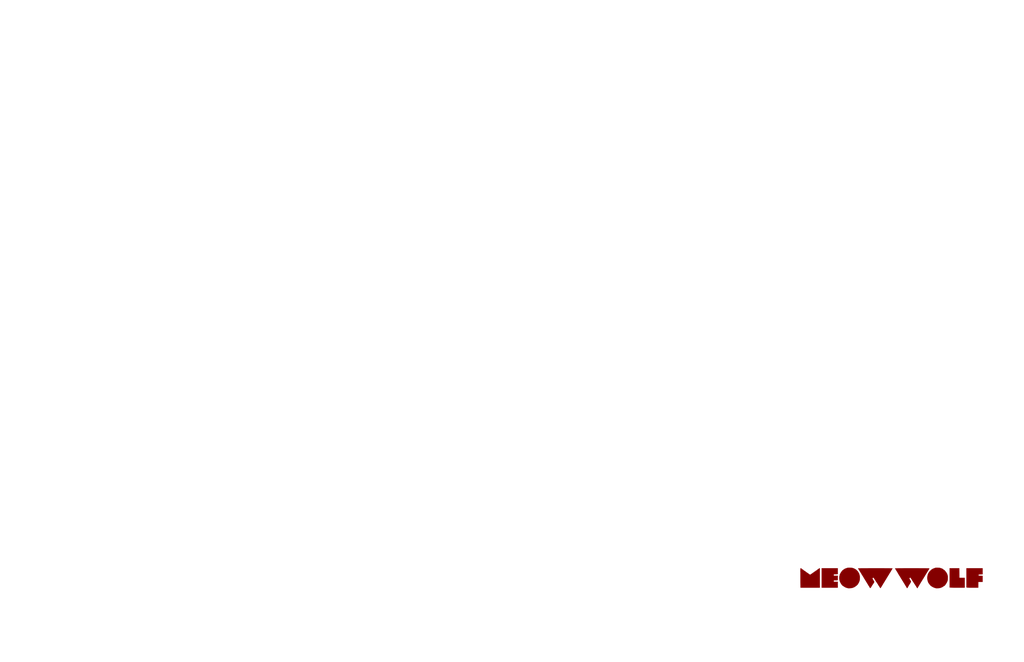
<source format=kicad_sch>
(kicad_sch (version 20230121) (generator eeschema)
  (paper "USLedger")
  (title_block (rev "v.01") (company "Meow Wolf") (comment 1 "Daniel Bornhorst"))
  (lib_symbols
    (symbol "0_logo:MeowWolf_Logo_Horizontal" (pin_names (offset 1.016))
      (symbol "MeowWolf_Logo_Horizontal_0_0"
        (polyline (pts (xy 30.861 -0.0254) (xy 28.6512 -0.0254) (xy 28.6258 2.0066) (xy 28.575 4.0386) (xy 24.511 4.0386) (xy 24.511 -3.9878) (xy 24.5364 -4.064) (xy 24.638 -4.0894) (xy 24.892 -4.0894) (xy 25.273 -4.1148) (xy 25.7556 -4.1148) (xy 26.3398 -4.1402) (xy 30.861 -4.1402) (xy 30.861 -0.0254)) (stroke (width 0.0254)) (fill (type outline)))
        (polyline (pts (xy 36.6014 -2.921) (xy 36.6268 -1.7272) (xy 38.4048 -1.7272) (xy 38.4048 0.8128) (xy 37.5412 0.8636) (xy 36.703 0.889) (xy 36.703 1.397) (xy 37.5412 1.4478) (xy 38.4048 1.4986) (xy 38.4048 4.0386) (xy 31.623 4.0386) (xy 31.623 -3.9878) (xy 31.6484 -4.064) (xy 31.7754 -4.0894) (xy 32.0548 -4.1148) (xy 32.4358 -4.1148) (xy 32.9184 -4.1402) (xy 36.576 -4.1402) (xy 36.6014 -2.921)) (stroke (width 0.0254)) (fill (type outline)))
        (polyline (pts (xy -22.6568 -1.6764) (xy -24.3586 -1.6764) (xy -24.3586 -1.3716) (xy -24.3332 -1.0414) (xy -23.0886 -1.0414) (xy -22.86 -1.016) (xy -22.733 -0.9906) (xy -22.7076 -0.9398) (xy -22.6822 -0.7366) (xy -22.6568 -0.4318) (xy -22.6568 0.889) (xy -24.3586 0.889) (xy -24.3586 1.1938) (xy -24.3332 1.4986) (xy -23.495 1.524) (xy -22.6568 1.5748) (xy -22.6568 4.0386) (xy -29.4386 4.0386) (xy -29.4386 -4.1402) (xy -22.6568 -4.1402) (xy -22.6568 -1.6764)) (stroke (width 0.0254)) (fill (type outline)))
        (polyline (pts (xy -30.226 4.064) (xy -30.48 3.937) (xy -31.0896 3.5306) (xy -31.3436 3.3528) (xy -31.5214 3.2004) (xy -31.5722 3.1242) (xy -31.5976 3.0988) (xy -31.6992 3.048) (xy -31.8008 3.0226) (xy -31.9786 2.8956) (xy -32.0802 2.7686) (xy -32.1818 2.7178) (xy -32.258 2.6924) (xy -32.4104 2.5908) (xy -32.6644 2.413) (xy -33.2232 2.0066) (xy -33.3248 1.9304) (xy -33.528 1.8288) (xy -33.655 1.7018) (xy -33.782 1.6002) (xy -33.909 1.524) (xy -33.9852 1.4986) (xy -34.1376 1.397) (xy -34.2392 1.3208) (xy -34.3408 1.3208) (xy -34.5186 1.4224) (xy -34.7218 1.5494) (xy -34.8996 1.6764) (xy -35.0266 1.7526) (xy -35.2044 1.905) (xy -35.3314 1.9812) (xy -35.433 2.0574) (xy -35.56 2.1336) (xy -35.7632 2.2606) (xy -36.0172 2.4638) (xy -36.1188 2.54) (xy -36.3474 2.7178) (xy -36.5506 2.8448) (xy -36.6522 2.8956) (xy -36.8808 3.048) (xy -37.0078 3.175) (xy -37.1602 3.2258) (xy -37.211 3.2512) (xy -37.211 3.3528) (xy -37.2872 3.4036) (xy -37.3888 3.429) (xy -37.5412 3.556) (xy -37.6682 3.683) (xy -37.9222 3.7846) (xy -38.0492 3.9116) (xy -38.1508 3.9878) (xy -38.227 4.064) (xy -38.3032 4.0386) (xy -38.354 3.937) (xy -38.3794 3.7338) (xy -38.3794 3.4036) (xy -38.4048 2.9464) (xy -38.3794 2.3114) (xy -38.3794 -1.778) (xy -38.354 -4.1402) (xy -30.226 -4.1402) (xy -30.226 4.064)) (stroke (width 0.0254)) (fill (type outline)))
        (polyline (pts (xy -17.2974 -4.3434) (xy -16.9418 -4.318) (xy -16.6624 -4.2926) (xy -16.5608 -4.2672) (xy -16.256 -4.1656) (xy -15.9004 -4.0132) (xy -15.5702 -3.8608) (xy -15.3162 -3.7084) (xy -15.1638 -3.5814) (xy -15.0876 -3.5052) (xy -14.8844 -3.4036) (xy -14.7066 -3.2512) (xy -14.1732 -2.7178) (xy -14.1478 -2.667) (xy -14.1478 -2.6416) (xy -14.0716 -2.5146) (xy -13.97 -2.3114) (xy -13.9446 -2.286) (xy -13.7922 -2.032) (xy -13.6652 -1.7526) (xy -13.5636 -1.4986) (xy -13.5128 -1.3462) (xy -13.4874 -1.2192) (xy -13.4112 -1.016) (xy -13.3858 -0.7874) (xy -13.3604 -0.4572) (xy -13.335 -0.0508) (xy -13.335 0.3302) (xy -13.3604 0.635) (xy -13.3858 0.8382) (xy -13.462 1.0414) (xy -13.5128 1.2954) (xy -13.5636 1.524) (xy -13.6398 1.6764) (xy -13.6906 1.7272) (xy -13.6652 1.778) (xy -13.6652 1.8288) (xy -13.8176 2.032) (xy -13.8684 2.1336) (xy -13.9192 2.2606) (xy -14.0462 2.4638) (xy -14.2494 2.7432) (xy -14.478 2.9972) (xy -14.732 3.2512) (xy -14.9606 3.4544) (xy -15.113 3.5814) (xy -15.24 3.6322) (xy -15.4178 3.7338) (xy -15.5702 3.81) (xy -15.9512 4.0132) (xy -16.4338 4.1402) (xy -17.0434 4.2418) (xy -17.526 4.2672) (xy -18.0848 4.2672) (xy -18.5928 4.191) (xy -18.9992 4.064) (xy -19.0246 4.064) (xy -19.2024 3.9878) (xy -19.3294 3.937) (xy -19.431 3.9116) (xy -19.5326 3.8608) (xy -19.5834 3.8608) (xy -19.7358 3.7592) (xy -19.939 3.6322) (xy -20.447 3.2766) (xy -20.6502 3.1242) (xy -20.7772 3.0226) (xy -20.8026 2.9718) (xy -20.8026 2.9464) (xy -20.8788 2.8448) (xy -21.0058 2.667) (xy -21.1328 2.54) (xy -21.2852 2.3114) (xy -21.59 1.7526) (xy -21.717 1.524) (xy -21.7932 1.3462) (xy -21.7932 1.27) (xy -21.9202 0.762) (xy -21.971 0.4064) (xy -21.971 -0.4826) (xy -21.9202 -0.9144) (xy -21.8694 -1.2192) (xy -21.8186 -1.3208) (xy -21.6662 -1.7272) (xy -21.463 -2.1336) (xy -21.2344 -2.54) (xy -20.9804 -2.8956) (xy -20.7264 -3.175) (xy -20.4978 -3.3782) (xy -20.3454 -3.4544) (xy -20.2692 -3.4798) (xy -20.1422 -3.6068) (xy -19.9898 -3.7084) (xy -19.7612 -3.8354) (xy -19.4818 -3.9878) (xy -19.2278 -4.1148) (xy -19.05 -4.1656) (xy -18.9738 -4.191) (xy -18.796 -4.2418) (xy -18.7198 -4.2672) (xy -18.4912 -4.318) (xy -18.415 -4.3434) (xy -18.1102 -4.3688) (xy -17.7038 -4.3688) (xy -17.2974 -4.3434)) (stroke (width 0.0254)) (fill (type outline)))
        (polyline (pts (xy 19.8882 -4.3434) (xy 20.2184 -4.318) (xy 20.447 -4.2926) (xy 20.574 -4.2672) (xy 20.6502 -4.2164) (xy 20.8026 -4.1656) (xy 20.828 -4.1656) (xy 21.0312 -4.0894) (xy 21.2852 -3.9624) (xy 21.5646 -3.8354) (xy 21.7932 -3.683) (xy 21.9202 -3.5814) (xy 21.9964 -3.5052) (xy 22.1234 -3.4544) (xy 22.1996 -3.429) (xy 22.4028 -3.302) (xy 22.6314 -3.048) (xy 22.86 -2.7178) (xy 23.114 -2.3368) (xy 23.3426 -1.9304) (xy 23.5204 -1.524) (xy 23.6474 -1.1684) (xy 23.6982 -0.8636) (xy 23.7236 -0.4826) (xy 23.749 -0.0762) (xy 23.749 0.3048) (xy 23.7236 0.635) (xy 23.6982 0.8382) (xy 23.6474 0.9906) (xy 23.5966 1.2446) (xy 23.5712 1.3208) (xy 23.4442 1.651) (xy 23.241 2.032) (xy 23.0378 2.3876) (xy 22.8092 2.667) (xy 22.6822 2.794) (xy 22.5806 2.921) (xy 22.5552 2.9718) (xy 22.5552 2.9972) (xy 22.4536 3.0988) (xy 22.2504 3.2512) (xy 21.9456 3.4544) (xy 21.59 3.7084) (xy 21.5646 3.7592) (xy 21.336 3.8862) (xy 21.1836 3.937) (xy 21.0058 3.9878) (xy 20.7772 4.064) (xy 20.6502 4.1148) (xy 20.2946 4.191) (xy 19.8628 4.2418) (xy 19.4056 4.2672) (xy 18.9992 4.2672) (xy 18.6436 4.2418) (xy 18.415 4.1656) (xy 18.3642 4.1402) (xy 18.1864 4.1148) (xy 18.1864 4.0894) (xy 18.0086 4.0386) (xy 17.7546 3.937) (xy 17.4244 3.7846) (xy 17.0942 3.6068) (xy 17.0688 3.6068) (xy 16.9164 3.4798) (xy 16.7132 3.302) (xy 16.4592 3.0734) (xy 16.2052 2.8194) (xy 16.002 2.5908) (xy 15.8496 2.413) (xy 15.7734 2.3114) (xy 15.748 2.2098) (xy 15.621 2.032) (xy 15.5194 1.8288) (xy 15.4686 1.7018) (xy 15.4432 1.6256) (xy 15.367 1.4478) (xy 15.3162 1.3716) (xy 15.2654 1.1938) (xy 15.24 1.016) (xy 15.1892 0.762) (xy 15.1384 0.4064) (xy 15.113 -0.0508) (xy 15.1384 -0.508) (xy 15.1892 -0.889) (xy 15.1892 -0.9144) (xy 15.24 -1.1684) (xy 15.2908 -1.3462) (xy 15.3416 -1.4732) (xy 15.3924 -1.6256) (xy 15.4686 -1.8034) (xy 15.494 -1.905) (xy 15.5194 -1.9812) (xy 15.621 -2.159) (xy 15.7988 -2.413) (xy 16.002 -2.6924) (xy 16.2306 -2.9718) (xy 16.4592 -3.2258) (xy 16.637 -3.4036) (xy 16.7894 -3.4798) (xy 16.9418 -3.5814) (xy 16.9672 -3.6322) (xy 17.1958 -3.7592) (xy 17.4752 -3.9116) (xy 17.8054 -4.064) (xy 18.1102 -4.191) (xy 18.3642 -4.2672) (xy 18.3896 -4.2672) (xy 18.6944 -4.3434) (xy 18.7452 -4.3688) (xy 19.5326 -4.3688) (xy 19.8882 -4.3434)) (stroke (width 0.0254)) (fill (type outline)))
        (polyline (pts (xy -4.572 -4.2926) (xy -4.5466 -4.2164) (xy -4.445 -4.0386) (xy -4.191 -3.6576) (xy -4.064 -3.4544) (xy -4.0132 -3.3782) (xy -4.0132 -3.3274) (xy -3.7592 -2.9464) (xy -3.683 -2.794) (xy -3.556 -2.6162) (xy -3.5052 -2.54) (xy -3.5052 -2.4892) (xy -3.4036 -2.3114) (xy -3.2512 -2.1082) (xy -3.1242 -1.905) (xy -2.9464 -1.6002) (xy -2.8194 -1.397) (xy -2.7432 -1.27) (xy -2.6924 -1.1684) (xy -2.5654 -0.9652) (xy -2.413 -0.7366) (xy -2.286 -0.5588) (xy -2.1844 -0.381) (xy -2.159 -0.3302) (xy -2.159 -0.2794) (xy -1.905 0.1016) (xy -1.778 0.3048) (xy -1.6764 0.4572) (xy -1.651 0.5334) (xy -1.651 0.5588) (xy -1.397 0.9398) (xy -1.27 1.143) (xy -1.143 1.3208) (xy -1.016 1.5748) (xy -0.889 1.778) (xy -0.7112 2.0828) (xy -0.635 2.1844) (xy -0.4572 2.4384) (xy -0.3556 2.6416) (xy -0.3048 2.7178) (xy -0.2794 2.7686) (xy -0.1778 2.921) (xy -0.0508 3.1496) (xy 0.0508 3.302) (xy 0.1524 3.4798) (xy 0.1778 3.5814) (xy 0.2032 3.6322) (xy 0.3048 3.7338) (xy 0.3556 3.81) (xy 0.4318 3.937) (xy 0.381 3.9624) (xy 0.2286 3.9624) (xy -0.0254 3.9878) (xy -0.4064 3.9878) (xy -0.9144 4.0132) (xy -2.286 4.0132) (xy -3.2004 4.0386) (xy -9.6774 4.0386) (xy -10.6172 4.0132) (xy -12.827 4.0132) (xy -13.3604 3.9878) (xy -13.97 3.9878) (xy -14.0462 3.9624) (xy -14.0208 3.8862) (xy -13.9192 3.7084) (xy -13.7668 3.4798) (xy -13.6398 3.2766) (xy -13.5382 3.1242) (xy -13.4112 2.8702) (xy -13.2588 2.6416) (xy -13.1318 2.4638) (xy -13.0302 2.286) (xy -13.0048 2.1844) (xy -12.9794 2.1336) (xy -12.8778 2.0066) (xy -12.7508 1.8796) (xy -12.7 1.7526) (xy -12.6746 1.6764) (xy -12.573 1.5494) (xy -12.5222 1.4732) (xy -12.4968 1.3462) (xy -12.4714 1.27) (xy -12.3698 1.2192) (xy -12.2682 1.0414) (xy -12.2428 0.9652) (xy -12.0904 0.7366) (xy -11.9126 0.4572) (xy -11.8364 0.3302) (xy -11.7348 0.1524) (xy -11.6586 0) (xy -11.557 -0.1778) (xy -11.4046 -0.4064) (xy -11.2776 -0.5842) (xy -11.176 -0.762) (xy -11.1506 -0.8636) (xy -11.1252 -0.9144) (xy -11.0236 -1.0414) (xy -10.8966 -1.1684) (xy -10.8458 -1.2954) (xy -10.8204 -1.3716) (xy -10.7188 -1.4986) (xy -10.6426 -1.5748) (xy -10.6426 -1.7018) (xy -10.6172 -1.778) (xy -10.5156 -1.8288) (xy -10.414 -2.0066) (xy -10.3632 -2.0828) (xy -10.2362 -2.3114) (xy -10.0584 -2.5908) (xy -9.9822 -2.7178) (xy -9.8806 -2.8956) (xy -9.8044 -3.048) (xy -9.6774 -3.2258) (xy -9.525 -3.4544) (xy -9.398 -3.6576) (xy -9.2964 -3.8354) (xy -9.2456 -3.9116) (xy -9.2202 -3.9878) (xy -9.1186 -4.1402) (xy -8.9916 -4.3434) (xy -8.763 -4.1402) (xy -8.6106 -3.9878) (xy -8.5852 -3.9116) (xy -8.5852 -3.8862) (xy -8.509 -3.7338) (xy -8.3566 -3.5052) (xy -8.1534 -3.175) (xy -7.9248 -2.8194) (xy -7.6454 -2.413) (xy -7.4422 -2.1082) (xy -7.3406 -1.8796) (xy -7.2898 -1.7018) (xy -7.3152 -1.5748) (xy -7.3914 -1.4224) (xy -7.5184 -1.27) (xy -7.5692 -1.1684) (xy -7.62 -1.0414) (xy -7.6454 -1.016) (xy -7.7216 -0.8636) (xy -7.8486 -0.635) (xy -7.8994 -0.5588) (xy -8.001 -0.381) (xy -8.0518 -0.2794) (xy -8.0264 -0.2286) (xy -7.9502 -0.1016) (xy -7.7978 0.0508) (xy -7.6454 0.1016) (xy -7.5946 0.0762) (xy -7.4676 -0.0508) (xy -7.3152 -0.254) (xy -7.1882 -0.4572) (xy -7.1374 -0.6096) (xy -7.0612 -0.7112) (xy -6.9342 -0.889) (xy -6.9088 -0.9144) (xy -6.7818 -1.0668) (xy -6.5786 -1.4732) (xy -6.4262 -1.7018) (xy -6.2738 -1.905) (xy -6.1468 -2.0574) (xy -6.0706 -2.1336) (xy -6.0452 -2.1844) (xy -6.0452 -2.2352) (xy -5.7912 -2.6162) (xy -5.6642 -2.8194) (xy -5.5626 -2.9718) (xy -5.5626 -3.048) (xy -5.5372 -3.0988) (xy -5.4356 -3.2258) (xy -5.3848 -3.2766) (xy -5.2324 -3.4798) (xy -5.08 -3.7592) (xy -4.8768 -4.064) (xy -4.7498 -4.2418) (xy -4.7498 -4.2672) (xy -4.6482 -4.3434) (xy -4.572 -4.2926)) (stroke (width 0.0254)) (fill (type outline)))
        (polyline (pts (xy 11.049 -4.1656) (xy 11.0744 -4.1402) (xy 11.176 -3.9624) (xy 11.2268 -3.8862) (xy 11.2268 -3.8354) (xy 11.4808 -3.4544) (xy 11.557 -3.302) (xy 11.684 -3.1242) (xy 11.7348 -3.048) (xy 11.7348 -2.9972) (xy 11.8364 -2.8194) (xy 11.9888 -2.6162) (xy 12.065 -2.4638) (xy 12.192 -2.286) (xy 12.2174 -2.1844) (xy 12.2428 -2.159) (xy 12.319 -2.032) (xy 12.446 -1.8288) (xy 12.6238 -1.5494) (xy 12.7 -1.4224) (xy 12.8778 -1.1684) (xy 12.9794 -0.9652) (xy 13.0302 -0.889) (xy 13.0556 -0.8128) (xy 13.1826 -0.635) (xy 13.335 -0.4064) (xy 13.462 -0.2032) (xy 13.5636 -0.0508) (xy 13.589 0) (xy 13.589 0.0508) (xy 13.843 0.4318) (xy 13.97 0.635) (xy 14.0716 0.7874) (xy 14.097 0.8636) (xy 14.097 0.889) (xy 14.1986 1.0414) (xy 14.3256 1.27) (xy 14.4526 1.4224) (xy 14.5796 1.651) (xy 14.6812 1.778) (xy 14.7066 1.8542) (xy 14.8082 2.032) (xy 14.9606 2.286) (xy 15.1892 2.6416) (xy 15.2908 2.794) (xy 15.3924 2.9718) (xy 15.4432 3.048) (xy 15.4686 3.0988) (xy 15.5702 3.2766) (xy 15.6972 3.4798) (xy 15.7988 3.6322) (xy 15.9004 3.8354) (xy 15.9512 3.9624) (xy 15.8242 3.9624) (xy 15.5194 3.9878) (xy 15.0368 3.9878) (xy 14.4018 4.0132) (xy 12.6238 4.0132) (xy 11.5062 4.0386) (xy 5.1562 4.0386) (xy 4.2418 4.0132) (xy 2.8448 4.0132) (xy 2.3622 3.9878) (xy 1.9812 3.9878) (xy 1.7272 3.9624) (xy 1.5748 3.9624) (xy 1.524 3.937) (xy 1.5494 3.8608) (xy 1.651 3.7338) (xy 1.7272 3.6576) (xy 1.778 3.556) (xy 1.778 3.5306) (xy 1.8542 3.3782) (xy 1.9812 3.1496) (xy 2.1844 2.8702) (xy 2.413 2.4892) (xy 2.54 2.3114) (xy 2.5908 2.2098) (xy 2.5908 2.159) (xy 2.6924 2.0066) (xy 2.8194 1.778) (xy 2.921 1.651) (xy 3.0226 1.4732) (xy 3.0734 1.3208) (xy 3.3274 0.9398) (xy 3.4798 0.7366) (xy 3.5814 0.5588) (xy 3.6322 0.4826) (xy 3.7338 0.2794) (xy 3.8608 0.0762) (xy 3.937 -0.0254) (xy 4.0894 -0.3048) (xy 4.2164 -0.508) (xy 4.318 -0.6858) (xy 4.4196 -0.762) (xy 4.445 -0.762) (xy 4.445 -0.889) (xy 4.5212 -1.016) (xy 4.5974 -1.0668) (xy 4.6482 -1.2192) (xy 4.699 -1.3208) (xy 4.826 -1.4732) (xy 4.9276 -1.5748) (xy 4.9784 -1.7272) (xy 5.0546 -1.8796) (xy 5.207 -2.1082) (xy 5.334 -2.3114) (xy 5.461 -2.4892) (xy 5.5118 -2.5654) (xy 5.5118 -2.6162) (xy 5.588 -2.7686) (xy 5.7404 -2.9718) (xy 5.7912 -3.0734) (xy 5.969 -3.3528) (xy 6.096 -3.556) (xy 6.1976 -3.7338) (xy 6.2738 -3.81) (xy 6.2992 -3.81) (xy 6.2992 -3.937) (xy 6.4008 -4.064) (xy 6.4516 -4.1148) (xy 6.5278 -4.2926) (xy 6.5278 -4.3434) (xy 6.5532 -4.3688) (xy 6.6802 -4.2672) (xy 6.8072 -4.1402) (xy 6.858 -4.0386) (xy 6.858 -3.9878) (xy 6.9596 -3.8354) (xy 7.0866 -3.6068) (xy 7.1628 -3.4798) (xy 7.2644 -3.302) (xy 7.2898 -3.2258) (xy 7.3152 -3.175) (xy 7.4168 -2.9972) (xy 7.5692 -2.794) (xy 7.6962 -2.5908) (xy 7.8232 -2.413) (xy 7.874 -2.3114) (xy 7.874 -2.286) (xy 7.9502 -2.159) (xy 8.0772 -1.9304) (xy 8.128 -1.8288) (xy 8.2296 -1.651) (xy 8.2296 -1.5494) (xy 8.1534 -1.4478) (xy 8.1534 -1.397) (xy 8.0518 -1.2192) (xy 7.9248 -1.016) (xy 7.7216 -0.6604) (xy 7.6708 -0.5588) (xy 7.6708 -0.508) (xy 7.493 -0.3302) (xy 7.5184 -0.2286) (xy 7.6708 -0.0508) (xy 7.7216 -0.0254) (xy 7.8486 0.1016) (xy 7.9502 0.127) (xy 8.0518 0.0508) (xy 8.1534 -0.0762) (xy 8.2042 -0.2032) (xy 8.255 -0.3048) (xy 8.382 -0.4572) (xy 8.4836 -0.5588) (xy 8.509 -0.635) (xy 8.509 -0.6604) (xy 8.5598 -0.762) (xy 8.6868 -0.9652) (xy 8.8646 -1.27) (xy 9.0932 -1.6002) (xy 9.144 -1.6764) (xy 9.3726 -2.032) (xy 9.5758 -2.3114) (xy 9.7282 -2.6162) (xy 9.779 -2.6924) (xy 9.906 -2.8194) (xy 10.0076 -2.9464) (xy 10.033 -3.048) (xy 10.0584 -3.1242) (xy 10.16 -3.2512) (xy 10.2616 -3.3528) (xy 10.3378 -3.4544) (xy 10.3632 -3.5306) (xy 10.4648 -3.7338) (xy 10.6172 -3.9624) (xy 10.8966 -4.3942) (xy 11.049 -4.1656)) (stroke (width 0.0254)) (fill (type outline)))
      )
    )
  )
  (symbol (lib_id "0_logo:MeowWolf_Logo_Horizontal") (at 375.92 243.84 0) (unit 1)
    (property "Reference" "LOGO1" (effects hide))
    (property "Value" "MeowWolf_Logo_Horizontal" (effects hide))
  )
)
</source>
